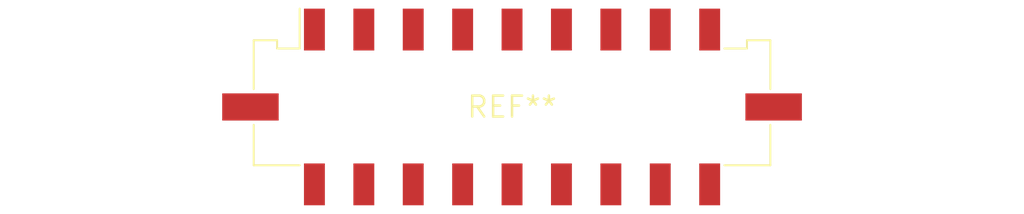
<source format=kicad_pcb>
(kicad_pcb (version 20240108) (generator pcbnew)
  (layers (0 "F.Cu" signal) (31 "B.Cu" signal) (34 "B.Paste" user) (35 "F.Paste" user) (36 "B.SilkS" user "B.Silkscreen") (37 "F.SilkS" user "F.Silkscreen") (38 "B.Mask" user) (39 "F.Mask" user) (44 "Edge.Cuts" user))
  (net 0 "")
  (footprint "Molex_Micro-Fit_3.0_43045-1818_2x09-1MP_P3.00mm_Vertical" (layer "F.Cu") (at 0 0)
    (property "Reference" "REF**")
    (property "Value" "Molex_Micro-Fit_3.0_43045-1818_2x09-1MP_P3.00mm_Vertical")
    (fp_line (start -15.685 -4.05) (end -14.265 -4.05) (layer "F.SilkS") (stroke (width 0.12)))
    (fp_line (start -15.685 -1.085) (end -15.685 -4.05) (layer "F.SilkS") (stroke (width 0.12)))
    (fp_line (start -15.685 1.085) (end -15.685 3.54) (layer "F.SilkS") (stroke (width 0.12)))
    (fp_line (start -15.685 3.54) (end -12.895 3.54) (layer "F.SilkS") (stroke (width 0.12)))
    (fp_line (start -14.265 -4.05) (end -14.265 -3.55) (layer "F.SilkS") (stroke (width 0.12)))
    (fp_line (start -14.265 -3.55) (end -12.895 -3.55) (layer "F.SilkS") (stroke (width 0.12)))
    (fp_line (start -12.895 -3.55) (end -12.895 -5.97) (layer "F.SilkS") (stroke (width 0.12)))
    (fp_line (start 14.265 -4.05) (end 14.265 -3.55) (layer "F.SilkS") (stroke (width 0.12)))
    (fp_line (start 14.265 -3.55) (end 12.895 -3.55) (layer "F.SilkS") (stroke (width 0.12)))
    (fp_line (start 15.685 -4.05) (end 14.265 -4.05) (layer "F.SilkS") (stroke (width 0.12)))
    (fp_line (start 15.685 -1.085) (end 15.685 -4.05) (layer "F.SilkS") (stroke (width 0.12)))
    (fp_line (start 15.685 1.085) (end 15.685 3.54) (layer "F.SilkS") (stroke (width 0.12)))
    (fp_line (start 15.685 3.54) (end 12.895 3.54) (layer "F.SilkS") (stroke (width 0.12)))
    (pad "1" smd rect (at -12 -4.7) (size 1.27 2.54) (layers "F.Cu" "F.Paste" "F.Mask"))
    (pad "2" smd rect (at -9 -4.7) (size 1.27 2.54) (layers "F.Cu" "F.Paste" "F.Mask"))
    (pad "3" smd rect (at -6 -4.7) (size 1.27 2.54) (layers "F.Cu" "F.Paste" "F.Mask"))
    (pad "4" smd rect (at -3 -4.7) (size 1.27 2.54) (layers "F.Cu" "F.Paste" "F.Mask"))
    (pad "5" smd rect (at 0 -4.7) (size 1.27 2.54) (layers "F.Cu" "F.Paste" "F.Mask"))
    (pad "6" smd rect (at 3 -4.7) (size 1.27 2.54) (layers "F.Cu" "F.Paste" "F.Mask"))
    (pad "7" smd rect (at 6 -4.7) (size 1.27 2.54) (layers "F.Cu" "F.Paste" "F.Mask"))
    (pad "8" smd rect (at 9 -4.7) (size 1.27 2.54) (layers "F.Cu" "F.Paste" "F.Mask"))
    (pad "9" smd rect (at 12 -4.7) (size 1.27 2.54) (layers "F.Cu" "F.Paste" "F.Mask"))
    (pad "10" smd rect (at -12 4.7) (size 1.27 2.54) (layers "F.Cu" "F.Paste" "F.Mask"))
    (pad "11" smd rect (at -9 4.7) (size 1.27 2.54) (layers "F.Cu" "F.Paste" "F.Mask"))
    (pad "12" smd rect (at -6 4.7) (size 1.27 2.54) (layers "F.Cu" "F.Paste" "F.Mask"))
    (pad "13" smd rect (at -3 4.7) (size 1.27 2.54) (layers "F.Cu" "F.Paste" "F.Mask"))
    (pad "14" smd rect (at 0 4.7) (size 1.27 2.54) (layers "F.Cu" "F.Paste" "F.Mask"))
    (pad "15" smd rect (at 3 4.7) (size 1.27 2.54) (layers "F.Cu" "F.Paste" "F.Mask"))
    (pad "16" smd rect (at 6 4.7) (size 1.27 2.54) (layers "F.Cu" "F.Paste" "F.Mask"))
    (pad "17" smd rect (at 9 4.7) (size 1.27 2.54) (layers "F.Cu" "F.Paste" "F.Mask"))
    (pad "18" smd rect (at 12 4.7) (size 1.27 2.54) (layers "F.Cu" "F.Paste" "F.Mask"))
    (pad "MP" smd rect (at -15.885 0) (size 3.43 1.65) (layers "F.Cu" "F.Paste" "F.Mask"))
    (pad "MP" smd rect (at 15.885 0) (size 3.43 1.65) (layers "F.Cu" "F.Paste" "F.Mask"))
  )
)
</source>
